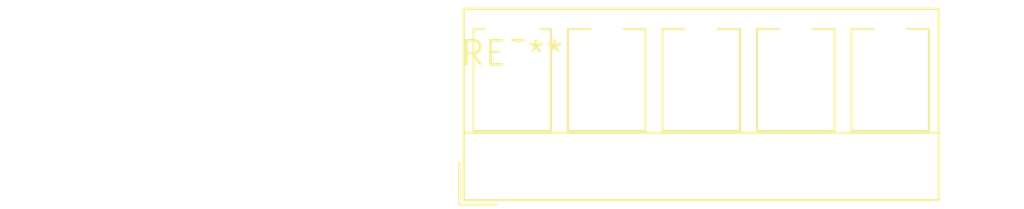
<source format=kicad_pcb>
(kicad_pcb (version 20240108) (generator pcbnew)
  (layers (0 "F.Cu" signal) (31 "B.Cu" signal) (34 "B.Paste" user) (35 "F.Paste" user) (36 "B.SilkS" user "B.Silkscreen") (37 "F.SilkS" user "F.Silkscreen") (38 "B.Mask" user) (39 "F.Mask" user) (44 "Edge.Cuts" user))
  (net 0 "")
  (footprint "TerminalBlock_RND_205-00279_1x05_P5.00mm_Vertical" (layer "F.Cu") (at 0 0)
    (property "Reference" "REF**")
    (property "Value" "TerminalBlock_RND_205-00279_1x05_P5.00mm_Vertical")
    (fp_line (start -2.8 5.76) (end -2.8 8) (layer "F.SilkS") (stroke (width 0.12)))
    (fp_line (start -2.8 8) (end -0.8 8) (layer "F.SilkS") (stroke (width 0.12)))
    (fp_line (start -2.56 -2.36) (end -2.56 7.76) (layer "F.SilkS") (stroke (width 0.12)))
    (fp_line (start -2.56 -2.36) (end 22.56 -2.36) (layer "F.SilkS") (stroke (width 0.12)))
    (fp_line (start -2.56 4.2) (end 22.56 4.2) (layer "F.SilkS") (stroke (width 0.12)))
    (fp_line (start -2.56 7.76) (end 22.56 7.76) (layer "F.SilkS") (stroke (width 0.12)))
    (fp_line (start -2.05 -1.3) (end -2.05 4.1) (layer "F.SilkS") (stroke (width 0.12)))
    (fp_line (start -2.05 -1.3) (end -1.49 -1.3) (layer "F.SilkS") (stroke (width 0.12)))
    (fp_line (start -2.05 4.1) (end 2.05 4.1) (layer "F.SilkS") (stroke (width 0.12)))
    (fp_line (start 1.49 -1.3) (end 2.05 -1.3) (layer "F.SilkS") (stroke (width 0.12)))
    (fp_line (start 2.05 -1.3) (end 2.05 4.1) (layer "F.SilkS") (stroke (width 0.12)))
    (fp_line (start 2.95 -1.3) (end 2.95 4.1) (layer "F.SilkS") (stroke (width 0.12)))
    (fp_line (start 2.95 -1.3) (end 4.117 -1.3) (layer "F.SilkS") (stroke (width 0.12)))
    (fp_line (start 2.95 4.1) (end 7.05 4.1) (layer "F.SilkS") (stroke (width 0.12)))
    (fp_line (start 5.884 -1.3) (end 7.05 -1.3) (layer "F.SilkS") (stroke (width 0.12)))
    (fp_line (start 7.05 -1.3) (end 7.05 4.1) (layer "F.SilkS") (stroke (width 0.12)))
    (fp_line (start 7.95 -1.3) (end 7.95 4.1) (layer "F.SilkS") (stroke (width 0.12)))
    (fp_line (start 7.95 -1.3) (end 9.117 -1.3) (layer "F.SilkS") (stroke (width 0.12)))
    (fp_line (start 7.95 4.1) (end 12.05 4.1) (layer "F.SilkS") (stroke (width 0.12)))
    (fp_line (start 10.884 -1.3) (end 12.05 -1.3) (layer "F.SilkS") (stroke (width 0.12)))
    (fp_line (start 12.05 -1.3) (end 12.05 4.1) (layer "F.SilkS") (stroke (width 0.12)))
    (fp_line (start 12.95 -1.3) (end 12.95 4.1) (layer "F.SilkS") (stroke (width 0.12)))
    (fp_line (start 12.95 -1.3) (end 14.117 -1.3) (layer "F.SilkS") (stroke (width 0.12)))
    (fp_line (start 12.95 4.1) (end 17.05 4.1) (layer "F.SilkS") (stroke (width 0.12)))
    (fp_line (start 15.884 -1.3) (end 17.05 -1.3) (layer "F.SilkS") (stroke (width 0.12)))
    (fp_line (start 17.05 -1.3) (end 17.05 4.1) (layer "F.SilkS") (stroke (width 0.12)))
    (fp_line (start 17.95 -1.3) (end 17.95 4.1) (layer "F.SilkS") (stroke (width 0.12)))
    (fp_line (start 17.95 -1.3) (end 19.117 -1.3) (layer "F.SilkS") (stroke (width 0.12)))
    (fp_line (start 17.95 4.1) (end 22.05 4.1) (layer "F.SilkS") (stroke (width 0.12)))
    (fp_line (start 20.884 -1.3) (end 22.05 -1.3) (layer "F.SilkS") (stroke (width 0.12)))
    (fp_line (start 22.05 -1.3) (end 22.05 4.1) (layer "F.SilkS") (stroke (width 0.12)))
    (fp_line (start 22.56 -2.36) (end 22.56 7.76) (layer "F.SilkS") (stroke (width 0.12)))
    (pad "1" thru_hole rect (at 0 0) (size 2.5 2.5) (drill 1.3) (layers *.Cu *.Mask) (remove_unused_layers))
    (pad "2" thru_hole circle (at 5 0) (size 2.5 2.5) (drill 1.3) (layers *.Cu *.Mask) (remove_unused_layers))
    (pad "3" thru_hole circle (at 10 0) (size 2.5 2.5) (drill 1.3) (layers *.Cu *.Mask) (remove_unused_layers))
    (pad "4" thru_hole circle (at 15 0) (size 2.5 2.5) (drill 1.3) (layers *.Cu *.Mask) (remove_unused_layers))
    (pad "5" thru_hole circle (at 20 0) (size 2.5 2.5) (drill 1.3) (layers *.Cu *.Mask) (remove_unused_layers))
  )
)
</source>
